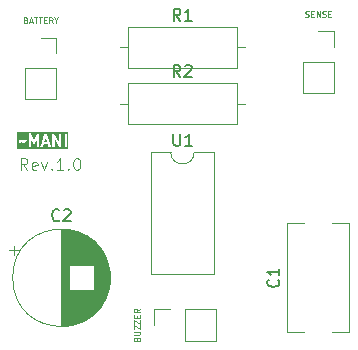
<source format=gbr>
%TF.GenerationSoftware,KiCad,Pcbnew,9.0.7*%
%TF.CreationDate,2026-01-10T14:03:12+05:30*%
%TF.ProjectId,first,66697273-742e-46b6-9963-61645f706362,rev?*%
%TF.SameCoordinates,Original*%
%TF.FileFunction,Legend,Top*%
%TF.FilePolarity,Positive*%
%FSLAX46Y46*%
G04 Gerber Fmt 4.6, Leading zero omitted, Abs format (unit mm)*
G04 Created by KiCad (PCBNEW 9.0.7) date 2026-01-10 14:03:12*
%MOMM*%
%LPD*%
G01*
G04 APERTURE LIST*
%ADD10C,0.100000*%
%ADD11C,0.200000*%
%ADD12C,0.125000*%
%ADD13C,0.150000*%
%ADD14C,0.120000*%
G04 APERTURE END LIST*
D10*
X81375312Y-93372419D02*
X81041979Y-92896228D01*
X80803884Y-93372419D02*
X80803884Y-92372419D01*
X80803884Y-92372419D02*
X81184836Y-92372419D01*
X81184836Y-92372419D02*
X81280074Y-92420038D01*
X81280074Y-92420038D02*
X81327693Y-92467657D01*
X81327693Y-92467657D02*
X81375312Y-92562895D01*
X81375312Y-92562895D02*
X81375312Y-92705752D01*
X81375312Y-92705752D02*
X81327693Y-92800990D01*
X81327693Y-92800990D02*
X81280074Y-92848609D01*
X81280074Y-92848609D02*
X81184836Y-92896228D01*
X81184836Y-92896228D02*
X80803884Y-92896228D01*
X82184836Y-93324800D02*
X82089598Y-93372419D01*
X82089598Y-93372419D02*
X81899122Y-93372419D01*
X81899122Y-93372419D02*
X81803884Y-93324800D01*
X81803884Y-93324800D02*
X81756265Y-93229561D01*
X81756265Y-93229561D02*
X81756265Y-92848609D01*
X81756265Y-92848609D02*
X81803884Y-92753371D01*
X81803884Y-92753371D02*
X81899122Y-92705752D01*
X81899122Y-92705752D02*
X82089598Y-92705752D01*
X82089598Y-92705752D02*
X82184836Y-92753371D01*
X82184836Y-92753371D02*
X82232455Y-92848609D01*
X82232455Y-92848609D02*
X82232455Y-92943847D01*
X82232455Y-92943847D02*
X81756265Y-93039085D01*
X82565789Y-92705752D02*
X82803884Y-93372419D01*
X82803884Y-93372419D02*
X83041979Y-92705752D01*
X83422932Y-93277180D02*
X83470551Y-93324800D01*
X83470551Y-93324800D02*
X83422932Y-93372419D01*
X83422932Y-93372419D02*
X83375313Y-93324800D01*
X83375313Y-93324800D02*
X83422932Y-93277180D01*
X83422932Y-93277180D02*
X83422932Y-93372419D01*
X84422931Y-93372419D02*
X83851503Y-93372419D01*
X84137217Y-93372419D02*
X84137217Y-92372419D01*
X84137217Y-92372419D02*
X84041979Y-92515276D01*
X84041979Y-92515276D02*
X83946741Y-92610514D01*
X83946741Y-92610514D02*
X83851503Y-92658133D01*
X84851503Y-93277180D02*
X84899122Y-93324800D01*
X84899122Y-93324800D02*
X84851503Y-93372419D01*
X84851503Y-93372419D02*
X84803884Y-93324800D01*
X84803884Y-93324800D02*
X84851503Y-93277180D01*
X84851503Y-93277180D02*
X84851503Y-93372419D01*
X85518169Y-92372419D02*
X85613407Y-92372419D01*
X85613407Y-92372419D02*
X85708645Y-92420038D01*
X85708645Y-92420038D02*
X85756264Y-92467657D01*
X85756264Y-92467657D02*
X85803883Y-92562895D01*
X85803883Y-92562895D02*
X85851502Y-92753371D01*
X85851502Y-92753371D02*
X85851502Y-92991466D01*
X85851502Y-92991466D02*
X85803883Y-93181942D01*
X85803883Y-93181942D02*
X85756264Y-93277180D01*
X85756264Y-93277180D02*
X85708645Y-93324800D01*
X85708645Y-93324800D02*
X85613407Y-93372419D01*
X85613407Y-93372419D02*
X85518169Y-93372419D01*
X85518169Y-93372419D02*
X85422931Y-93324800D01*
X85422931Y-93324800D02*
X85375312Y-93277180D01*
X85375312Y-93277180D02*
X85327693Y-93181942D01*
X85327693Y-93181942D02*
X85280074Y-92991466D01*
X85280074Y-92991466D02*
X85280074Y-92753371D01*
X85280074Y-92753371D02*
X85327693Y-92562895D01*
X85327693Y-92562895D02*
X85375312Y-92467657D01*
X85375312Y-92467657D02*
X85422931Y-92420038D01*
X85422931Y-92420038D02*
X85518169Y-92372419D01*
D11*
G36*
X83016645Y-90981504D02*
G01*
X82817940Y-90981504D01*
X82917292Y-90683446D01*
X83016645Y-90981504D01*
G37*
G36*
X84842689Y-91578086D02*
G01*
X80517626Y-91578086D01*
X80517626Y-90966757D01*
X80628737Y-90966757D01*
X80628737Y-91005775D01*
X80643669Y-91041823D01*
X80671259Y-91069413D01*
X80707307Y-91084345D01*
X80746325Y-91084345D01*
X80782373Y-91069413D01*
X80797527Y-91056977D01*
X80833670Y-91020832D01*
X80869673Y-91002831D01*
X81015428Y-91075709D01*
X81033736Y-91082715D01*
X81040863Y-91083221D01*
X81047642Y-91085481D01*
X81060149Y-91084592D01*
X81072657Y-91085481D01*
X81079435Y-91083221D01*
X81086562Y-91082715D01*
X81104870Y-91075709D01*
X81200108Y-91028090D01*
X81208504Y-91022804D01*
X81210944Y-91021794D01*
X81213690Y-91019540D01*
X81216698Y-91017647D01*
X81218427Y-91015652D01*
X81226098Y-91009358D01*
X81273716Y-90961739D01*
X81286153Y-90946586D01*
X81301084Y-90910537D01*
X81301084Y-90871519D01*
X81286153Y-90835471D01*
X81258563Y-90807881D01*
X81222515Y-90792950D01*
X81183497Y-90792950D01*
X81147448Y-90807881D01*
X81132295Y-90820318D01*
X81096151Y-90856460D01*
X81060149Y-90874462D01*
X80914394Y-90801585D01*
X80896086Y-90794579D01*
X80888958Y-90794072D01*
X80882180Y-90791813D01*
X80869673Y-90792701D01*
X80857166Y-90791813D01*
X80850387Y-90794072D01*
X80843260Y-90794579D01*
X80824951Y-90801585D01*
X80729714Y-90849204D01*
X80721317Y-90854489D01*
X80718877Y-90855500D01*
X80716131Y-90857753D01*
X80713123Y-90859647D01*
X80711390Y-90861644D01*
X80703724Y-90867937D01*
X80656105Y-90915555D01*
X80643669Y-90930709D01*
X80628737Y-90966757D01*
X80517626Y-90966757D01*
X80517626Y-90367219D01*
X81483959Y-90367219D01*
X81483959Y-91367219D01*
X81485880Y-91386728D01*
X81500812Y-91422776D01*
X81528402Y-91450366D01*
X81564450Y-91465298D01*
X81603468Y-91465298D01*
X81639516Y-91450366D01*
X81667106Y-91422776D01*
X81682038Y-91386728D01*
X81683959Y-91367219D01*
X81683959Y-90817975D01*
X81826674Y-91123793D01*
X81830906Y-91130938D01*
X81831786Y-91133356D01*
X81833351Y-91135065D01*
X81836665Y-91140659D01*
X81847875Y-91150925D01*
X81858137Y-91162131D01*
X81862162Y-91164009D01*
X81865440Y-91167011D01*
X81879722Y-91172204D01*
X81893495Y-91178632D01*
X81897934Y-91178827D01*
X81902109Y-91180345D01*
X81917292Y-91179677D01*
X81932475Y-91180345D01*
X81936648Y-91178827D01*
X81941090Y-91178632D01*
X81954874Y-91172199D01*
X81969144Y-91167010D01*
X81972417Y-91164012D01*
X81976447Y-91162132D01*
X81986716Y-91150917D01*
X81997919Y-91140659D01*
X82001230Y-91135068D01*
X82002799Y-91133356D01*
X82003679Y-91130934D01*
X82007910Y-91123793D01*
X82150625Y-90817974D01*
X82150625Y-91367219D01*
X82152546Y-91386728D01*
X82167478Y-91422776D01*
X82195068Y-91450366D01*
X82231116Y-91465298D01*
X82270134Y-91465298D01*
X82306182Y-91450366D01*
X82333772Y-91422776D01*
X82348704Y-91386728D01*
X82350625Y-91367219D01*
X82350625Y-91354712D01*
X82484744Y-91354712D01*
X82487510Y-91393632D01*
X82504960Y-91428531D01*
X82534436Y-91454096D01*
X82571452Y-91466434D01*
X82610372Y-91463668D01*
X82645271Y-91446218D01*
X82670836Y-91416742D01*
X82678827Y-91398842D01*
X82751273Y-91181504D01*
X83083311Y-91181504D01*
X83155757Y-91398841D01*
X83163748Y-91416742D01*
X83189313Y-91446218D01*
X83224212Y-91463667D01*
X83263132Y-91466434D01*
X83300148Y-91454095D01*
X83329624Y-91428530D01*
X83347074Y-91393631D01*
X83349840Y-91354711D01*
X83345493Y-91335596D01*
X83022701Y-90367219D01*
X83483959Y-90367219D01*
X83483959Y-91367219D01*
X83485880Y-91386728D01*
X83500812Y-91422776D01*
X83528402Y-91450366D01*
X83564450Y-91465298D01*
X83603468Y-91465298D01*
X83639516Y-91450366D01*
X83667106Y-91422776D01*
X83682038Y-91386728D01*
X83683959Y-91367219D01*
X83683959Y-90743775D01*
X84068563Y-91416833D01*
X84071481Y-91420943D01*
X84072240Y-91422776D01*
X84074106Y-91424642D01*
X84079910Y-91432818D01*
X84090426Y-91440962D01*
X84099830Y-91450366D01*
X84105717Y-91452804D01*
X84110759Y-91456709D01*
X84123591Y-91460208D01*
X84135878Y-91465298D01*
X84142254Y-91465298D01*
X84148403Y-91466975D01*
X84161596Y-91465298D01*
X84174896Y-91465298D01*
X84180784Y-91462858D01*
X84187109Y-91462055D01*
X84198658Y-91455454D01*
X84210944Y-91450366D01*
X84215451Y-91445858D01*
X84220986Y-91442696D01*
X84229130Y-91432179D01*
X84238534Y-91422776D01*
X84240972Y-91416888D01*
X84244877Y-91411847D01*
X84248376Y-91399014D01*
X84253466Y-91386728D01*
X84254448Y-91376750D01*
X84255143Y-91374204D01*
X84254892Y-91372236D01*
X84255387Y-91367219D01*
X84255387Y-90367219D01*
X84531578Y-90367219D01*
X84531578Y-91367219D01*
X84533499Y-91386728D01*
X84548431Y-91422776D01*
X84576021Y-91450366D01*
X84612069Y-91465298D01*
X84651087Y-91465298D01*
X84687135Y-91450366D01*
X84714725Y-91422776D01*
X84729657Y-91386728D01*
X84731578Y-91367219D01*
X84731578Y-90367219D01*
X84729657Y-90347710D01*
X84714725Y-90311662D01*
X84687135Y-90284072D01*
X84651087Y-90269140D01*
X84612069Y-90269140D01*
X84576021Y-90284072D01*
X84548431Y-90311662D01*
X84533499Y-90347710D01*
X84531578Y-90367219D01*
X84255387Y-90367219D01*
X84253466Y-90347710D01*
X84238534Y-90311662D01*
X84210944Y-90284072D01*
X84174896Y-90269140D01*
X84135878Y-90269140D01*
X84099830Y-90284072D01*
X84072240Y-90311662D01*
X84057308Y-90347710D01*
X84055387Y-90367219D01*
X84055387Y-90990662D01*
X83670783Y-90317605D01*
X83667864Y-90313494D01*
X83667106Y-90311662D01*
X83665239Y-90309795D01*
X83659436Y-90301620D01*
X83648921Y-90293477D01*
X83639516Y-90284072D01*
X83633625Y-90281632D01*
X83628587Y-90277730D01*
X83615758Y-90274231D01*
X83603468Y-90269140D01*
X83597093Y-90269140D01*
X83590944Y-90267463D01*
X83577751Y-90269140D01*
X83564450Y-90269140D01*
X83558561Y-90271579D01*
X83552237Y-90272383D01*
X83540687Y-90278983D01*
X83528402Y-90284072D01*
X83523894Y-90288579D01*
X83518360Y-90291742D01*
X83510217Y-90302256D01*
X83500812Y-90311662D01*
X83498372Y-90317552D01*
X83494470Y-90322591D01*
X83490971Y-90335419D01*
X83485880Y-90347710D01*
X83484897Y-90357687D01*
X83484203Y-90360234D01*
X83484453Y-90362201D01*
X83483959Y-90367219D01*
X83022701Y-90367219D01*
X83012160Y-90335596D01*
X83004169Y-90317696D01*
X82999484Y-90312294D01*
X82996291Y-90305908D01*
X82986822Y-90297695D01*
X82978604Y-90288220D01*
X82972212Y-90285023D01*
X82966815Y-90280343D01*
X82954921Y-90276378D01*
X82943705Y-90270770D01*
X82936577Y-90270263D01*
X82929799Y-90268004D01*
X82917294Y-90268893D01*
X82904785Y-90268004D01*
X82898003Y-90270264D01*
X82890879Y-90270771D01*
X82879670Y-90276374D01*
X82867769Y-90280342D01*
X82862368Y-90285025D01*
X82855980Y-90288220D01*
X82847764Y-90297691D01*
X82838293Y-90305907D01*
X82835098Y-90312296D01*
X82830415Y-90317696D01*
X82822424Y-90335597D01*
X82489091Y-91335596D01*
X82484744Y-91354712D01*
X82350625Y-91354712D01*
X82350625Y-90367219D01*
X82349362Y-90354395D01*
X82349466Y-90352036D01*
X82349005Y-90350768D01*
X82348704Y-90347710D01*
X82342063Y-90331679D01*
X82336132Y-90315367D01*
X82334625Y-90313721D01*
X82333772Y-90311662D01*
X82321510Y-90299400D01*
X82309780Y-90286591D01*
X82307756Y-90285646D01*
X82306182Y-90284072D01*
X82290166Y-90277437D01*
X82274423Y-90270091D01*
X82272193Y-90269993D01*
X82270134Y-90269140D01*
X82252782Y-90269140D01*
X82235442Y-90268378D01*
X82233346Y-90269140D01*
X82231116Y-90269140D01*
X82215085Y-90275780D01*
X82198773Y-90281712D01*
X82197127Y-90283218D01*
X82195068Y-90284072D01*
X82182800Y-90296339D01*
X82169998Y-90308064D01*
X82168431Y-90310708D01*
X82167478Y-90311662D01*
X82166574Y-90313843D01*
X82160007Y-90324930D01*
X81917291Y-90845033D01*
X81674577Y-90324930D01*
X81668009Y-90313843D01*
X81667106Y-90311662D01*
X81666152Y-90310708D01*
X81664586Y-90308064D01*
X81651789Y-90296345D01*
X81639516Y-90284072D01*
X81637454Y-90283218D01*
X81635811Y-90281713D01*
X81619509Y-90275784D01*
X81603468Y-90269140D01*
X81601237Y-90269140D01*
X81599142Y-90268378D01*
X81581802Y-90269140D01*
X81564450Y-90269140D01*
X81562390Y-90269993D01*
X81560162Y-90270091D01*
X81544431Y-90277432D01*
X81528402Y-90284072D01*
X81526825Y-90285648D01*
X81524804Y-90286592D01*
X81513085Y-90299388D01*
X81500812Y-90311662D01*
X81499958Y-90313723D01*
X81498453Y-90315367D01*
X81492524Y-90331668D01*
X81485880Y-90347710D01*
X81485578Y-90350768D01*
X81485118Y-90352036D01*
X81485221Y-90354395D01*
X81483959Y-90367219D01*
X80517626Y-90367219D01*
X80517626Y-90156352D01*
X84842689Y-90156352D01*
X84842689Y-91578086D01*
G37*
D12*
X81250001Y-80692904D02*
X81321429Y-80716714D01*
X81321429Y-80716714D02*
X81345239Y-80740523D01*
X81345239Y-80740523D02*
X81369048Y-80788142D01*
X81369048Y-80788142D02*
X81369048Y-80859571D01*
X81369048Y-80859571D02*
X81345239Y-80907190D01*
X81345239Y-80907190D02*
X81321429Y-80931000D01*
X81321429Y-80931000D02*
X81273810Y-80954809D01*
X81273810Y-80954809D02*
X81083334Y-80954809D01*
X81083334Y-80954809D02*
X81083334Y-80454809D01*
X81083334Y-80454809D02*
X81250001Y-80454809D01*
X81250001Y-80454809D02*
X81297620Y-80478619D01*
X81297620Y-80478619D02*
X81321429Y-80502428D01*
X81321429Y-80502428D02*
X81345239Y-80550047D01*
X81345239Y-80550047D02*
X81345239Y-80597666D01*
X81345239Y-80597666D02*
X81321429Y-80645285D01*
X81321429Y-80645285D02*
X81297620Y-80669095D01*
X81297620Y-80669095D02*
X81250001Y-80692904D01*
X81250001Y-80692904D02*
X81083334Y-80692904D01*
X81559525Y-80811952D02*
X81797620Y-80811952D01*
X81511906Y-80954809D02*
X81678572Y-80454809D01*
X81678572Y-80454809D02*
X81845239Y-80954809D01*
X81940477Y-80454809D02*
X82226191Y-80454809D01*
X82083334Y-80954809D02*
X82083334Y-80454809D01*
X82321429Y-80454809D02*
X82607143Y-80454809D01*
X82464286Y-80954809D02*
X82464286Y-80454809D01*
X82773809Y-80692904D02*
X82940476Y-80692904D01*
X83011904Y-80954809D02*
X82773809Y-80954809D01*
X82773809Y-80954809D02*
X82773809Y-80454809D01*
X82773809Y-80454809D02*
X83011904Y-80454809D01*
X83511904Y-80954809D02*
X83345238Y-80716714D01*
X83226190Y-80954809D02*
X83226190Y-80454809D01*
X83226190Y-80454809D02*
X83416666Y-80454809D01*
X83416666Y-80454809D02*
X83464285Y-80478619D01*
X83464285Y-80478619D02*
X83488095Y-80502428D01*
X83488095Y-80502428D02*
X83511904Y-80550047D01*
X83511904Y-80550047D02*
X83511904Y-80621476D01*
X83511904Y-80621476D02*
X83488095Y-80669095D01*
X83488095Y-80669095D02*
X83464285Y-80692904D01*
X83464285Y-80692904D02*
X83416666Y-80716714D01*
X83416666Y-80716714D02*
X83226190Y-80716714D01*
X83821428Y-80716714D02*
X83821428Y-80954809D01*
X83654762Y-80454809D02*
X83821428Y-80716714D01*
X83821428Y-80716714D02*
X83988095Y-80454809D01*
X104904762Y-80391000D02*
X104976190Y-80414809D01*
X104976190Y-80414809D02*
X105095238Y-80414809D01*
X105095238Y-80414809D02*
X105142857Y-80391000D01*
X105142857Y-80391000D02*
X105166666Y-80367190D01*
X105166666Y-80367190D02*
X105190476Y-80319571D01*
X105190476Y-80319571D02*
X105190476Y-80271952D01*
X105190476Y-80271952D02*
X105166666Y-80224333D01*
X105166666Y-80224333D02*
X105142857Y-80200523D01*
X105142857Y-80200523D02*
X105095238Y-80176714D01*
X105095238Y-80176714D02*
X105000000Y-80152904D01*
X105000000Y-80152904D02*
X104952381Y-80129095D01*
X104952381Y-80129095D02*
X104928571Y-80105285D01*
X104928571Y-80105285D02*
X104904762Y-80057666D01*
X104904762Y-80057666D02*
X104904762Y-80010047D01*
X104904762Y-80010047D02*
X104928571Y-79962428D01*
X104928571Y-79962428D02*
X104952381Y-79938619D01*
X104952381Y-79938619D02*
X105000000Y-79914809D01*
X105000000Y-79914809D02*
X105119047Y-79914809D01*
X105119047Y-79914809D02*
X105190476Y-79938619D01*
X105404761Y-80152904D02*
X105571428Y-80152904D01*
X105642856Y-80414809D02*
X105404761Y-80414809D01*
X105404761Y-80414809D02*
X105404761Y-79914809D01*
X105404761Y-79914809D02*
X105642856Y-79914809D01*
X105857142Y-80414809D02*
X105857142Y-79914809D01*
X105857142Y-79914809D02*
X106142856Y-80414809D01*
X106142856Y-80414809D02*
X106142856Y-79914809D01*
X106357143Y-80391000D02*
X106428571Y-80414809D01*
X106428571Y-80414809D02*
X106547619Y-80414809D01*
X106547619Y-80414809D02*
X106595238Y-80391000D01*
X106595238Y-80391000D02*
X106619047Y-80367190D01*
X106619047Y-80367190D02*
X106642857Y-80319571D01*
X106642857Y-80319571D02*
X106642857Y-80271952D01*
X106642857Y-80271952D02*
X106619047Y-80224333D01*
X106619047Y-80224333D02*
X106595238Y-80200523D01*
X106595238Y-80200523D02*
X106547619Y-80176714D01*
X106547619Y-80176714D02*
X106452381Y-80152904D01*
X106452381Y-80152904D02*
X106404762Y-80129095D01*
X106404762Y-80129095D02*
X106380952Y-80105285D01*
X106380952Y-80105285D02*
X106357143Y-80057666D01*
X106357143Y-80057666D02*
X106357143Y-80010047D01*
X106357143Y-80010047D02*
X106380952Y-79962428D01*
X106380952Y-79962428D02*
X106404762Y-79938619D01*
X106404762Y-79938619D02*
X106452381Y-79914809D01*
X106452381Y-79914809D02*
X106571428Y-79914809D01*
X106571428Y-79914809D02*
X106642857Y-79938619D01*
X106857142Y-80152904D02*
X107023809Y-80152904D01*
X107095237Y-80414809D02*
X106857142Y-80414809D01*
X106857142Y-80414809D02*
X106857142Y-79914809D01*
X106857142Y-79914809D02*
X107095237Y-79914809D01*
D13*
X94333333Y-85484819D02*
X94000000Y-85008628D01*
X93761905Y-85484819D02*
X93761905Y-84484819D01*
X93761905Y-84484819D02*
X94142857Y-84484819D01*
X94142857Y-84484819D02*
X94238095Y-84532438D01*
X94238095Y-84532438D02*
X94285714Y-84580057D01*
X94285714Y-84580057D02*
X94333333Y-84675295D01*
X94333333Y-84675295D02*
X94333333Y-84818152D01*
X94333333Y-84818152D02*
X94285714Y-84913390D01*
X94285714Y-84913390D02*
X94238095Y-84961009D01*
X94238095Y-84961009D02*
X94142857Y-85008628D01*
X94142857Y-85008628D02*
X93761905Y-85008628D01*
X94714286Y-84580057D02*
X94761905Y-84532438D01*
X94761905Y-84532438D02*
X94857143Y-84484819D01*
X94857143Y-84484819D02*
X95095238Y-84484819D01*
X95095238Y-84484819D02*
X95190476Y-84532438D01*
X95190476Y-84532438D02*
X95238095Y-84580057D01*
X95238095Y-84580057D02*
X95285714Y-84675295D01*
X95285714Y-84675295D02*
X95285714Y-84770533D01*
X95285714Y-84770533D02*
X95238095Y-84913390D01*
X95238095Y-84913390D02*
X94666667Y-85484819D01*
X94666667Y-85484819D02*
X95285714Y-85484819D01*
X94333333Y-80734819D02*
X94000000Y-80258628D01*
X93761905Y-80734819D02*
X93761905Y-79734819D01*
X93761905Y-79734819D02*
X94142857Y-79734819D01*
X94142857Y-79734819D02*
X94238095Y-79782438D01*
X94238095Y-79782438D02*
X94285714Y-79830057D01*
X94285714Y-79830057D02*
X94333333Y-79925295D01*
X94333333Y-79925295D02*
X94333333Y-80068152D01*
X94333333Y-80068152D02*
X94285714Y-80163390D01*
X94285714Y-80163390D02*
X94238095Y-80211009D01*
X94238095Y-80211009D02*
X94142857Y-80258628D01*
X94142857Y-80258628D02*
X93761905Y-80258628D01*
X95285714Y-80734819D02*
X94714286Y-80734819D01*
X95000000Y-80734819D02*
X95000000Y-79734819D01*
X95000000Y-79734819D02*
X94904762Y-79877676D01*
X94904762Y-79877676D02*
X94809524Y-79972914D01*
X94809524Y-79972914D02*
X94714286Y-80020533D01*
X84083333Y-97609580D02*
X84035714Y-97657200D01*
X84035714Y-97657200D02*
X83892857Y-97704819D01*
X83892857Y-97704819D02*
X83797619Y-97704819D01*
X83797619Y-97704819D02*
X83654762Y-97657200D01*
X83654762Y-97657200D02*
X83559524Y-97561961D01*
X83559524Y-97561961D02*
X83511905Y-97466723D01*
X83511905Y-97466723D02*
X83464286Y-97276247D01*
X83464286Y-97276247D02*
X83464286Y-97133390D01*
X83464286Y-97133390D02*
X83511905Y-96942914D01*
X83511905Y-96942914D02*
X83559524Y-96847676D01*
X83559524Y-96847676D02*
X83654762Y-96752438D01*
X83654762Y-96752438D02*
X83797619Y-96704819D01*
X83797619Y-96704819D02*
X83892857Y-96704819D01*
X83892857Y-96704819D02*
X84035714Y-96752438D01*
X84035714Y-96752438D02*
X84083333Y-96800057D01*
X84464286Y-96800057D02*
X84511905Y-96752438D01*
X84511905Y-96752438D02*
X84607143Y-96704819D01*
X84607143Y-96704819D02*
X84845238Y-96704819D01*
X84845238Y-96704819D02*
X84940476Y-96752438D01*
X84940476Y-96752438D02*
X84988095Y-96800057D01*
X84988095Y-96800057D02*
X85035714Y-96895295D01*
X85035714Y-96895295D02*
X85035714Y-96990533D01*
X85035714Y-96990533D02*
X84988095Y-97133390D01*
X84988095Y-97133390D02*
X84416667Y-97704819D01*
X84416667Y-97704819D02*
X85035714Y-97704819D01*
D12*
X90652904Y-107678570D02*
X90676714Y-107607142D01*
X90676714Y-107607142D02*
X90700523Y-107583332D01*
X90700523Y-107583332D02*
X90748142Y-107559523D01*
X90748142Y-107559523D02*
X90819571Y-107559523D01*
X90819571Y-107559523D02*
X90867190Y-107583332D01*
X90867190Y-107583332D02*
X90891000Y-107607142D01*
X90891000Y-107607142D02*
X90914809Y-107654761D01*
X90914809Y-107654761D02*
X90914809Y-107845237D01*
X90914809Y-107845237D02*
X90414809Y-107845237D01*
X90414809Y-107845237D02*
X90414809Y-107678570D01*
X90414809Y-107678570D02*
X90438619Y-107630951D01*
X90438619Y-107630951D02*
X90462428Y-107607142D01*
X90462428Y-107607142D02*
X90510047Y-107583332D01*
X90510047Y-107583332D02*
X90557666Y-107583332D01*
X90557666Y-107583332D02*
X90605285Y-107607142D01*
X90605285Y-107607142D02*
X90629095Y-107630951D01*
X90629095Y-107630951D02*
X90652904Y-107678570D01*
X90652904Y-107678570D02*
X90652904Y-107845237D01*
X90414809Y-107345237D02*
X90819571Y-107345237D01*
X90819571Y-107345237D02*
X90867190Y-107321427D01*
X90867190Y-107321427D02*
X90891000Y-107297618D01*
X90891000Y-107297618D02*
X90914809Y-107249999D01*
X90914809Y-107249999D02*
X90914809Y-107154761D01*
X90914809Y-107154761D02*
X90891000Y-107107142D01*
X90891000Y-107107142D02*
X90867190Y-107083332D01*
X90867190Y-107083332D02*
X90819571Y-107059523D01*
X90819571Y-107059523D02*
X90414809Y-107059523D01*
X90414809Y-106869046D02*
X90414809Y-106535713D01*
X90414809Y-106535713D02*
X90914809Y-106869046D01*
X90914809Y-106869046D02*
X90914809Y-106535713D01*
X90414809Y-106392856D02*
X90414809Y-106059523D01*
X90414809Y-106059523D02*
X90914809Y-106392856D01*
X90914809Y-106392856D02*
X90914809Y-106059523D01*
X90652904Y-105869047D02*
X90652904Y-105702380D01*
X90914809Y-105630952D02*
X90914809Y-105869047D01*
X90914809Y-105869047D02*
X90414809Y-105869047D01*
X90414809Y-105869047D02*
X90414809Y-105630952D01*
X90914809Y-105130952D02*
X90676714Y-105297618D01*
X90914809Y-105416666D02*
X90414809Y-105416666D01*
X90414809Y-105416666D02*
X90414809Y-105226190D01*
X90414809Y-105226190D02*
X90438619Y-105178571D01*
X90438619Y-105178571D02*
X90462428Y-105154761D01*
X90462428Y-105154761D02*
X90510047Y-105130952D01*
X90510047Y-105130952D02*
X90581476Y-105130952D01*
X90581476Y-105130952D02*
X90629095Y-105154761D01*
X90629095Y-105154761D02*
X90652904Y-105178571D01*
X90652904Y-105178571D02*
X90676714Y-105226190D01*
X90676714Y-105226190D02*
X90676714Y-105416666D01*
D13*
X102609580Y-102666666D02*
X102657200Y-102714285D01*
X102657200Y-102714285D02*
X102704819Y-102857142D01*
X102704819Y-102857142D02*
X102704819Y-102952380D01*
X102704819Y-102952380D02*
X102657200Y-103095237D01*
X102657200Y-103095237D02*
X102561961Y-103190475D01*
X102561961Y-103190475D02*
X102466723Y-103238094D01*
X102466723Y-103238094D02*
X102276247Y-103285713D01*
X102276247Y-103285713D02*
X102133390Y-103285713D01*
X102133390Y-103285713D02*
X101942914Y-103238094D01*
X101942914Y-103238094D02*
X101847676Y-103190475D01*
X101847676Y-103190475D02*
X101752438Y-103095237D01*
X101752438Y-103095237D02*
X101704819Y-102952380D01*
X101704819Y-102952380D02*
X101704819Y-102857142D01*
X101704819Y-102857142D02*
X101752438Y-102714285D01*
X101752438Y-102714285D02*
X101800057Y-102666666D01*
X102704819Y-101714285D02*
X102704819Y-102285713D01*
X102704819Y-101999999D02*
X101704819Y-101999999D01*
X101704819Y-101999999D02*
X101847676Y-102095237D01*
X101847676Y-102095237D02*
X101942914Y-102190475D01*
X101942914Y-102190475D02*
X101990533Y-102285713D01*
X93743095Y-90314819D02*
X93743095Y-91124342D01*
X93743095Y-91124342D02*
X93790714Y-91219580D01*
X93790714Y-91219580D02*
X93838333Y-91267200D01*
X93838333Y-91267200D02*
X93933571Y-91314819D01*
X93933571Y-91314819D02*
X94124047Y-91314819D01*
X94124047Y-91314819D02*
X94219285Y-91267200D01*
X94219285Y-91267200D02*
X94266904Y-91219580D01*
X94266904Y-91219580D02*
X94314523Y-91124342D01*
X94314523Y-91124342D02*
X94314523Y-90314819D01*
X95314523Y-91314819D02*
X94743095Y-91314819D01*
X95028809Y-91314819D02*
X95028809Y-90314819D01*
X95028809Y-90314819D02*
X94933571Y-90457676D01*
X94933571Y-90457676D02*
X94838333Y-90552914D01*
X94838333Y-90552914D02*
X94743095Y-90600533D01*
D14*
%TO.C,BATTERY*%
X81170000Y-84770000D02*
X81170000Y-87370000D01*
X81170000Y-84770000D02*
X83830000Y-84770000D01*
X81170000Y-87370000D02*
X83830000Y-87370000D01*
X82500000Y-82170000D02*
X83830000Y-82170000D01*
X83830000Y-82170000D02*
X83830000Y-83500000D01*
X83830000Y-84770000D02*
X83830000Y-87370000D01*
%TO.C,SENSE*%
X104670000Y-84230000D02*
X104670000Y-86830000D01*
X104670000Y-84230000D02*
X107330000Y-84230000D01*
X104670000Y-86830000D02*
X107330000Y-86830000D01*
X106000000Y-81630000D02*
X107330000Y-81630000D01*
X107330000Y-81630000D02*
X107330000Y-82960000D01*
X107330000Y-84230000D02*
X107330000Y-86830000D01*
%TO.C,R2*%
X89190000Y-87750000D02*
X89880000Y-87750000D01*
X99810000Y-87750000D02*
X99120000Y-87750000D01*
X89880000Y-86030000D02*
X99120000Y-86030000D01*
X99120000Y-89470000D01*
X89880000Y-89470000D01*
X89880000Y-86030000D01*
%TO.C,R1*%
X89190000Y-83000000D02*
X89880000Y-83000000D01*
X99810000Y-83000000D02*
X99120000Y-83000000D01*
X89880000Y-81280000D02*
X99120000Y-81280000D01*
X99120000Y-84720000D01*
X89880000Y-84720000D01*
X89880000Y-81280000D01*
%TO.C,C2*%
X88370000Y-102500000D02*
G75*
G02*
X80130000Y-102500000I-4120000J0D01*
G01*
X80130000Y-102500000D02*
G75*
G02*
X88370000Y-102500000I4120000J0D01*
G01*
X88330000Y-101967000D02*
X88330000Y-103033000D01*
X88290000Y-101732000D02*
X88290000Y-103268000D01*
X88250000Y-101553000D02*
X88250000Y-103447000D01*
X88210000Y-101403000D02*
X88210000Y-103597000D01*
X88170000Y-101272000D02*
X88170000Y-103728000D01*
X88130000Y-101154000D02*
X88130000Y-103846000D01*
X88090000Y-101047000D02*
X88090000Y-103953000D01*
X88050000Y-100948000D02*
X88050000Y-104052000D01*
X88010000Y-100856000D02*
X88010000Y-104144000D01*
X87970000Y-100769000D02*
X87970000Y-104231000D01*
X87930000Y-100687000D02*
X87930000Y-104313000D01*
X87890000Y-100610000D02*
X87890000Y-104390000D01*
X87850000Y-100536000D02*
X87850000Y-104464000D01*
X87810000Y-100466000D02*
X87810000Y-104534000D01*
X87770000Y-100399000D02*
X87770000Y-104601000D01*
X87730000Y-100335000D02*
X87730000Y-104665000D01*
X87690000Y-100273000D02*
X87690000Y-104727000D01*
X87650000Y-100213000D02*
X87650000Y-104787000D01*
X87610000Y-100156000D02*
X87610000Y-104844000D01*
X87570000Y-100100000D02*
X87570000Y-104900000D01*
X87530000Y-100047000D02*
X87530000Y-104953000D01*
X87490000Y-99995000D02*
X87490000Y-105005000D01*
X87450000Y-99945000D02*
X87450000Y-105055000D01*
X87410000Y-99896000D02*
X87410000Y-105104000D01*
X87370000Y-99849000D02*
X87370000Y-105151000D01*
X87330000Y-99804000D02*
X87330000Y-105196000D01*
X87290000Y-99759000D02*
X87290000Y-105241000D01*
X87250000Y-99716000D02*
X87250000Y-105284000D01*
X87210000Y-99674000D02*
X87210000Y-105326000D01*
X87170000Y-99633000D02*
X87170000Y-105367000D01*
X87130000Y-99594000D02*
X87130000Y-105406000D01*
X87090000Y-99555000D02*
X87090000Y-105445000D01*
X87050000Y-99518000D02*
X87050000Y-105482000D01*
X87010000Y-103540000D02*
X87010000Y-105519000D01*
X87010000Y-99481000D02*
X87010000Y-101460000D01*
X86970000Y-103540000D02*
X86970000Y-105555000D01*
X86970000Y-99445000D02*
X86970000Y-101460000D01*
X86930000Y-103540000D02*
X86930000Y-105589000D01*
X86930000Y-99411000D02*
X86930000Y-101460000D01*
X86890000Y-103540000D02*
X86890000Y-105623000D01*
X86890000Y-99377000D02*
X86890000Y-101460000D01*
X86850000Y-103540000D02*
X86850000Y-105656000D01*
X86850000Y-99344000D02*
X86850000Y-101460000D01*
X86810000Y-103540000D02*
X86810000Y-105688000D01*
X86810000Y-99312000D02*
X86810000Y-101460000D01*
X86770000Y-103540000D02*
X86770000Y-105719000D01*
X86770000Y-99281000D02*
X86770000Y-101460000D01*
X86730000Y-103540000D02*
X86730000Y-105750000D01*
X86730000Y-99250000D02*
X86730000Y-101460000D01*
X86690000Y-103540000D02*
X86690000Y-105780000D01*
X86690000Y-99220000D02*
X86690000Y-101460000D01*
X86650000Y-103540000D02*
X86650000Y-105809000D01*
X86650000Y-99191000D02*
X86650000Y-101460000D01*
X86610000Y-103540000D02*
X86610000Y-105837000D01*
X86610000Y-99163000D02*
X86610000Y-101460000D01*
X86570000Y-103540000D02*
X86570000Y-105865000D01*
X86570000Y-99135000D02*
X86570000Y-101460000D01*
X86530000Y-103540000D02*
X86530000Y-105892000D01*
X86530000Y-99108000D02*
X86530000Y-101460000D01*
X86490000Y-103540000D02*
X86490000Y-105918000D01*
X86490000Y-99082000D02*
X86490000Y-101460000D01*
X86450000Y-103540000D02*
X86450000Y-105943000D01*
X86450000Y-99057000D02*
X86450000Y-101460000D01*
X86410000Y-103540000D02*
X86410000Y-105968000D01*
X86410000Y-99032000D02*
X86410000Y-101460000D01*
X86370000Y-103540000D02*
X86370000Y-105993000D01*
X86370000Y-99007000D02*
X86370000Y-101460000D01*
X86330000Y-103540000D02*
X86330000Y-106016000D01*
X86330000Y-98984000D02*
X86330000Y-101460000D01*
X86290000Y-103540000D02*
X86290000Y-106039000D01*
X86290000Y-98961000D02*
X86290000Y-101460000D01*
X86250000Y-103540000D02*
X86250000Y-106062000D01*
X86250000Y-98938000D02*
X86250000Y-101460000D01*
X86210000Y-103540000D02*
X86210000Y-106084000D01*
X86210000Y-98916000D02*
X86210000Y-101460000D01*
X86170000Y-103540000D02*
X86170000Y-106105000D01*
X86170000Y-98895000D02*
X86170000Y-101460000D01*
X86130000Y-103540000D02*
X86130000Y-106126000D01*
X86130000Y-98874000D02*
X86130000Y-101460000D01*
X86090000Y-103540000D02*
X86090000Y-106146000D01*
X86090000Y-98854000D02*
X86090000Y-101460000D01*
X86050000Y-103540000D02*
X86050000Y-106166000D01*
X86050000Y-98834000D02*
X86050000Y-101460000D01*
X86010000Y-103540000D02*
X86010000Y-106185000D01*
X86010000Y-98815000D02*
X86010000Y-101460000D01*
X85970000Y-103540000D02*
X85970000Y-106204000D01*
X85970000Y-98796000D02*
X85970000Y-101460000D01*
X85930000Y-103540000D02*
X85930000Y-106222000D01*
X85930000Y-98778000D02*
X85930000Y-101460000D01*
X85890000Y-103540000D02*
X85890000Y-106240000D01*
X85890000Y-98760000D02*
X85890000Y-101460000D01*
X85850000Y-103540000D02*
X85850000Y-106257000D01*
X85850000Y-98743000D02*
X85850000Y-101460000D01*
X85810000Y-103540000D02*
X85810000Y-106273000D01*
X85810000Y-98727000D02*
X85810000Y-101460000D01*
X85770000Y-103540000D02*
X85770000Y-106289000D01*
X85770000Y-98711000D02*
X85770000Y-101460000D01*
X85730000Y-103540000D02*
X85730000Y-106305000D01*
X85730000Y-98695000D02*
X85730000Y-101460000D01*
X85690000Y-103540000D02*
X85690000Y-106320000D01*
X85690000Y-98680000D02*
X85690000Y-101460000D01*
X85650000Y-103540000D02*
X85650000Y-106335000D01*
X85650000Y-98665000D02*
X85650000Y-101460000D01*
X85610000Y-103540000D02*
X85610000Y-106349000D01*
X85610000Y-98651000D02*
X85610000Y-101460000D01*
X85570000Y-103540000D02*
X85570000Y-106363000D01*
X85570000Y-98637000D02*
X85570000Y-101460000D01*
X85530000Y-103540000D02*
X85530000Y-106376000D01*
X85530000Y-98624000D02*
X85530000Y-101460000D01*
X85490000Y-103540000D02*
X85490000Y-106389000D01*
X85490000Y-98611000D02*
X85490000Y-101460000D01*
X85450000Y-103540000D02*
X85450000Y-106401000D01*
X85450000Y-98599000D02*
X85450000Y-101460000D01*
X85410000Y-103540000D02*
X85410000Y-106413000D01*
X85410000Y-98587000D02*
X85410000Y-101460000D01*
X85370000Y-103540000D02*
X85370000Y-106425000D01*
X85370000Y-98575000D02*
X85370000Y-101460000D01*
X85330000Y-103540000D02*
X85330000Y-106436000D01*
X85330000Y-98564000D02*
X85330000Y-101460000D01*
X85290000Y-103540000D02*
X85290000Y-106447000D01*
X85290000Y-98553000D02*
X85290000Y-101460000D01*
X85250000Y-103540000D02*
X85250000Y-106457000D01*
X85250000Y-98543000D02*
X85250000Y-101460000D01*
X85210000Y-103540000D02*
X85210000Y-106467000D01*
X85210000Y-98533000D02*
X85210000Y-101460000D01*
X85170000Y-103540000D02*
X85170000Y-106476000D01*
X85170000Y-98524000D02*
X85170000Y-101460000D01*
X85130000Y-103540000D02*
X85130000Y-106485000D01*
X85130000Y-98515000D02*
X85130000Y-101460000D01*
X85090000Y-103540000D02*
X85090000Y-106493000D01*
X85090000Y-98507000D02*
X85090000Y-101460000D01*
X85050000Y-103540000D02*
X85050000Y-106502000D01*
X85050000Y-98498000D02*
X85050000Y-101460000D01*
X85010000Y-103540000D02*
X85010000Y-106509000D01*
X85010000Y-98491000D02*
X85010000Y-101460000D01*
X84970000Y-103540000D02*
X84970000Y-106517000D01*
X84970000Y-98483000D02*
X84970000Y-101460000D01*
X84930000Y-98477000D02*
X84930000Y-106523000D01*
X84890000Y-98470000D02*
X84890000Y-106530000D01*
X84850000Y-98464000D02*
X84850000Y-106536000D01*
X84810000Y-98458000D02*
X84810000Y-106542000D01*
X84770000Y-98453000D02*
X84770000Y-106547000D01*
X84730000Y-98448000D02*
X84730000Y-106552000D01*
X84690000Y-98444000D02*
X84690000Y-106556000D01*
X84650000Y-98439000D02*
X84650000Y-106561000D01*
X84610000Y-98436000D02*
X84610000Y-106564000D01*
X84570000Y-98432000D02*
X84570000Y-106568000D01*
X84530000Y-98430000D02*
X84530000Y-106570000D01*
X84490000Y-98427000D02*
X84490000Y-106573000D01*
X84450000Y-98425000D02*
X84450000Y-106575000D01*
X84410000Y-98423000D02*
X84410000Y-106577000D01*
X84370000Y-98422000D02*
X84370000Y-106578000D01*
X84330000Y-98421000D02*
X84330000Y-106579000D01*
X84290000Y-98420000D02*
X84290000Y-106580000D01*
X84250000Y-98420000D02*
X84250000Y-106580000D01*
X80240302Y-99785000D02*
X80240302Y-100585000D01*
X79840302Y-100185000D02*
X80640302Y-100185000D01*
%TO.C,BUZZER*%
X94730000Y-105170000D02*
X97330000Y-105170000D01*
X92130000Y-105170000D02*
X93460000Y-105170000D01*
X92130000Y-106500000D02*
X92130000Y-105170000D01*
X97330000Y-107830000D02*
X97330000Y-105170000D01*
X94730000Y-107830000D02*
X94730000Y-105170000D01*
X94730000Y-107830000D02*
X97330000Y-107830000D01*
%TO.C,C1*%
X108620000Y-97880000D02*
X108620000Y-107120000D01*
X107180000Y-97880000D02*
X108620000Y-97880000D01*
X103380000Y-97880000D02*
X104820000Y-97880000D01*
X108620000Y-107120000D02*
X107180000Y-107120000D01*
X104820000Y-107120000D02*
X103380000Y-107120000D01*
X103380000Y-107120000D02*
X103380000Y-97880000D01*
%TO.C,U1*%
X95505000Y-91860000D02*
G75*
G02*
X93505000Y-91860000I-1000000J0D01*
G01*
X97155000Y-102140000D02*
X97155000Y-91860000D01*
X97155000Y-91860000D02*
X95505000Y-91860000D01*
X93505000Y-91860000D02*
X91855000Y-91860000D01*
X91855000Y-102140000D02*
X97155000Y-102140000D01*
X91855000Y-91860000D02*
X91855000Y-102140000D01*
%TD*%
M02*

</source>
